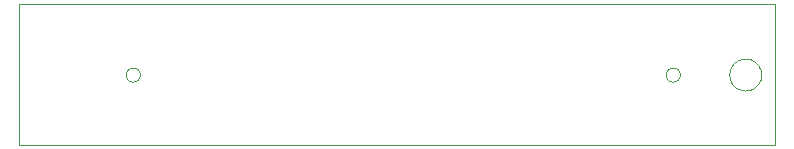
<source format=gko>
G75*
%MOIN*%
%OFA0B0*%
%FSLAX24Y24*%
%IPPOS*%
%LPD*%
%AMOC8*
5,1,8,0,0,1.08239X$1,22.5*
%
%ADD10C,0.0000*%
D10*
X000528Y013628D02*
X025725Y013628D01*
X025725Y018352D01*
X000528Y018352D01*
X000528Y013628D01*
X004087Y015990D02*
X004089Y016020D01*
X004095Y016050D01*
X004104Y016079D01*
X004117Y016106D01*
X004134Y016131D01*
X004153Y016154D01*
X004176Y016175D01*
X004201Y016192D01*
X004227Y016206D01*
X004256Y016216D01*
X004285Y016223D01*
X004315Y016226D01*
X004346Y016225D01*
X004376Y016220D01*
X004405Y016211D01*
X004432Y016199D01*
X004458Y016184D01*
X004482Y016165D01*
X004503Y016143D01*
X004521Y016119D01*
X004536Y016092D01*
X004547Y016064D01*
X004555Y016035D01*
X004559Y016005D01*
X004559Y015975D01*
X004555Y015945D01*
X004547Y015916D01*
X004536Y015888D01*
X004521Y015861D01*
X004503Y015837D01*
X004482Y015815D01*
X004458Y015796D01*
X004432Y015781D01*
X004405Y015769D01*
X004376Y015760D01*
X004346Y015755D01*
X004315Y015754D01*
X004285Y015757D01*
X004256Y015764D01*
X004227Y015774D01*
X004201Y015788D01*
X004176Y015805D01*
X004153Y015826D01*
X004134Y015849D01*
X004117Y015874D01*
X004104Y015901D01*
X004095Y015930D01*
X004089Y015960D01*
X004087Y015990D01*
X022087Y015990D02*
X022089Y016020D01*
X022095Y016050D01*
X022104Y016079D01*
X022117Y016106D01*
X022134Y016131D01*
X022153Y016154D01*
X022176Y016175D01*
X022201Y016192D01*
X022227Y016206D01*
X022256Y016216D01*
X022285Y016223D01*
X022315Y016226D01*
X022346Y016225D01*
X022376Y016220D01*
X022405Y016211D01*
X022432Y016199D01*
X022458Y016184D01*
X022482Y016165D01*
X022503Y016143D01*
X022521Y016119D01*
X022536Y016092D01*
X022547Y016064D01*
X022555Y016035D01*
X022559Y016005D01*
X022559Y015975D01*
X022555Y015945D01*
X022547Y015916D01*
X022536Y015888D01*
X022521Y015861D01*
X022503Y015837D01*
X022482Y015815D01*
X022458Y015796D01*
X022432Y015781D01*
X022405Y015769D01*
X022376Y015760D01*
X022346Y015755D01*
X022315Y015754D01*
X022285Y015757D01*
X022256Y015764D01*
X022227Y015774D01*
X022201Y015788D01*
X022176Y015805D01*
X022153Y015826D01*
X022134Y015849D01*
X022117Y015874D01*
X022104Y015901D01*
X022095Y015930D01*
X022089Y015960D01*
X022087Y015990D01*
X024210Y015990D02*
X024212Y016036D01*
X024218Y016081D01*
X024228Y016126D01*
X024241Y016169D01*
X024258Y016212D01*
X024279Y016252D01*
X024303Y016291D01*
X024331Y016327D01*
X024362Y016361D01*
X024395Y016393D01*
X024431Y016421D01*
X024469Y016446D01*
X024509Y016468D01*
X024551Y016486D01*
X024594Y016500D01*
X024639Y016511D01*
X024684Y016518D01*
X024730Y016521D01*
X024775Y016520D01*
X024821Y016515D01*
X024866Y016506D01*
X024909Y016494D01*
X024952Y016477D01*
X024993Y016457D01*
X025032Y016434D01*
X025070Y016407D01*
X025104Y016377D01*
X025136Y016345D01*
X025165Y016309D01*
X025191Y016272D01*
X025214Y016232D01*
X025233Y016191D01*
X025248Y016148D01*
X025260Y016103D01*
X025268Y016058D01*
X025272Y016013D01*
X025272Y015967D01*
X025268Y015922D01*
X025260Y015877D01*
X025248Y015832D01*
X025233Y015789D01*
X025214Y015748D01*
X025191Y015708D01*
X025165Y015671D01*
X025136Y015635D01*
X025104Y015603D01*
X025070Y015573D01*
X025032Y015546D01*
X024993Y015523D01*
X024952Y015503D01*
X024909Y015486D01*
X024866Y015474D01*
X024821Y015465D01*
X024775Y015460D01*
X024730Y015459D01*
X024684Y015462D01*
X024639Y015469D01*
X024594Y015480D01*
X024551Y015494D01*
X024509Y015512D01*
X024469Y015534D01*
X024431Y015559D01*
X024395Y015587D01*
X024362Y015619D01*
X024331Y015653D01*
X024303Y015689D01*
X024279Y015728D01*
X024258Y015768D01*
X024241Y015811D01*
X024228Y015854D01*
X024218Y015899D01*
X024212Y015944D01*
X024210Y015990D01*
M02*

</source>
